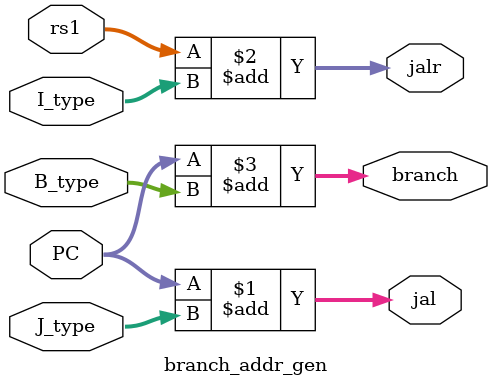
<source format=sv>
`timescale 1ns / 1ps

// branch_addr_gen.v
// Members: Daniel Gutierrez
// Description: Generates branches from different instructional formats

module branch_addr_gen(
    input [31:0] PC, J_type, B_type, I_type, rs1,
    output [31:0] jal, jalr, branch
    );

    assign jal = PC + J_type;
    assign jalr = rs1 + I_type;
    assign branch = PC + B_type;
endmodule

</source>
